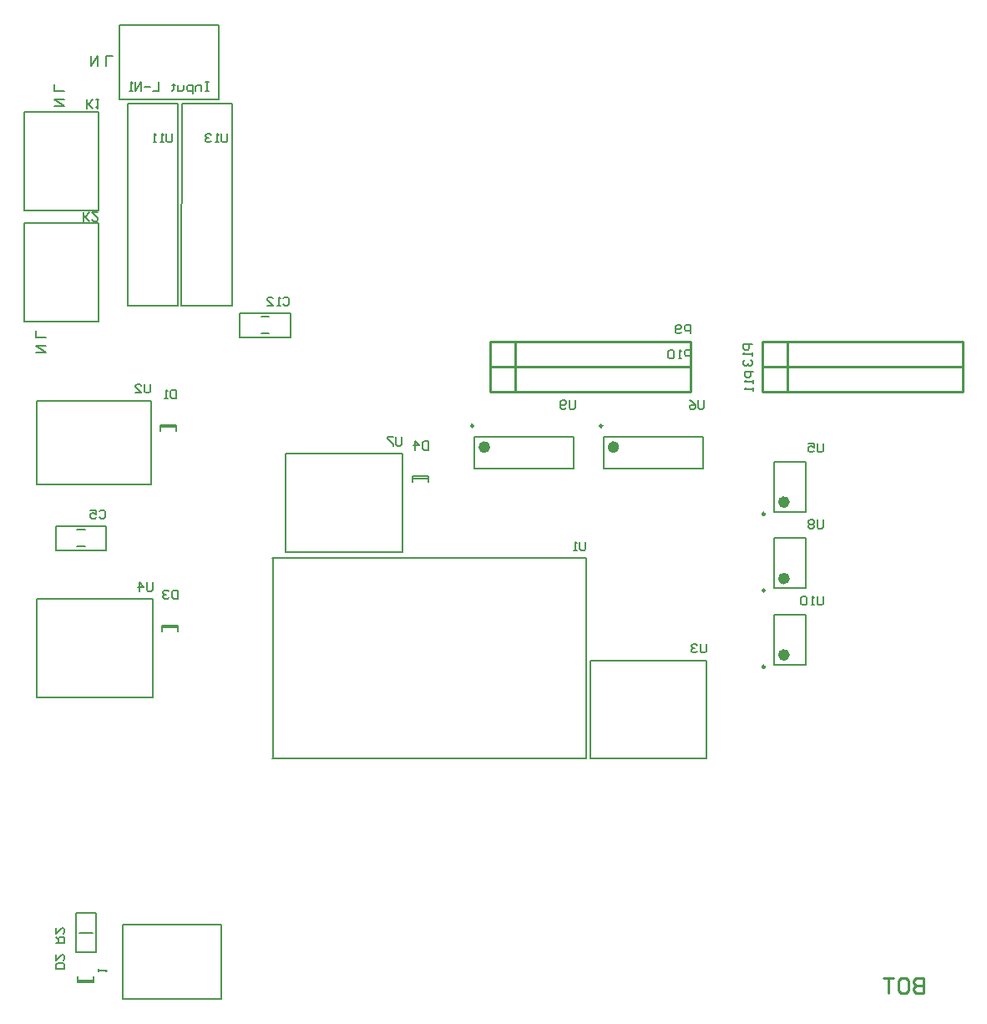
<source format=gbo>
G04 Layer_Color=32896*
%FSLAX25Y25*%
%MOIN*%
G70*
G01*
G75*
%ADD42C,0.00984*%
%ADD43C,0.02362*%
%ADD44C,0.00787*%
%ADD45C,0.00500*%
%ADD46C,0.01000*%
%ADD47C,0.00700*%
D42*
X291059Y130154D02*
G03*
X291059Y130154I-492J0D01*
G01*
X174646Y226327D02*
G03*
X174646Y226327I-492J0D01*
G01*
X291059Y160653D02*
G03*
X291059Y160653I-492J0D01*
G01*
X226146Y226327D02*
G03*
X226146Y226327I-492J0D01*
G01*
X291059Y191154D02*
G03*
X291059Y191154I-492J0D01*
G01*
D43*
X299819Y134898D02*
G03*
X299819Y134898I-1181J0D01*
G01*
X180236Y217862D02*
G03*
X180236Y217862I-1181J0D01*
G01*
X299819Y165398D02*
G03*
X299819Y165398I-1181J0D01*
G01*
X231736Y217862D02*
G03*
X231736Y217862I-1181J0D01*
G01*
X299819Y195898D02*
G03*
X299819Y195898I-1181J0D01*
G01*
D44*
X78239Y274300D02*
Y354900D01*
X58240D02*
X78239D01*
X58138Y274300D02*
X78239D01*
X58138D02*
X58240Y354900D01*
X56739Y274300D02*
Y354900D01*
X36740D02*
X56739D01*
X36638Y274300D02*
X56739D01*
X36638D02*
X36740Y354900D01*
X294701Y130961D02*
Y151039D01*
X307299Y130961D02*
Y151039D01*
X294701Y130961D02*
X307299D01*
X294701Y151039D02*
X307299D01*
X214882Y209201D02*
Y221799D01*
X175118Y209201D02*
Y221799D01*
Y209201D02*
X214882D01*
X175118Y221799D02*
X214882D01*
X294701Y161461D02*
Y181539D01*
X307299Y161461D02*
Y181539D01*
X294701Y161461D02*
X307299D01*
X294701Y181539D02*
X307299D01*
X146378Y175968D02*
Y215268D01*
X99878D02*
X146378D01*
X99878Y175968D02*
X146378D01*
X99878D02*
Y215268D01*
X266382Y209201D02*
Y221799D01*
X226618Y209201D02*
Y221799D01*
Y209201D02*
X266382D01*
X226618Y221799D02*
X266382D01*
X294701Y191961D02*
Y212039D01*
X307299Y191961D02*
Y212039D01*
X294701Y191961D02*
X307299D01*
X294701Y212039D02*
X307299D01*
X46862Y117968D02*
Y157268D01*
X362D02*
X46862D01*
X362Y117968D02*
X46862D01*
X362D02*
Y157268D01*
X267878Y93468D02*
Y132768D01*
X221378D02*
X267878D01*
X221378Y93468D02*
X267878D01*
X221378D02*
Y132768D01*
X46031Y202909D02*
Y236374D01*
X362Y202909D02*
X46031D01*
X362Y236374D02*
X46031D01*
X362Y202909D02*
Y236374D01*
X94500Y93500D02*
X219697D01*
X219800D02*
Y173500D01*
X94500D02*
X219697D01*
X94600Y93500D02*
Y173500D01*
X17441Y24063D02*
X22559D01*
X25030Y267815D02*
Y307185D01*
X-4497Y267815D02*
Y307185D01*
Y267815D02*
X25030D01*
X-4497Y307185D02*
X25030D01*
Y312315D02*
Y351685D01*
X-4497Y312315D02*
Y351685D01*
Y312315D02*
X25030D01*
X-4497Y351685D02*
X25030D01*
X33528Y386264D02*
X72898D01*
X33528Y356736D02*
X72898D01*
Y386264D01*
X33528Y356736D02*
Y386264D01*
X150350Y205433D02*
X156650D01*
X150350Y206181D02*
X156650D01*
X150350Y203819D02*
Y206181D01*
X156650Y203819D02*
Y206181D01*
X50350Y145933D02*
X56650D01*
X50350Y146681D02*
X56650D01*
X50350Y144319D02*
Y146681D01*
X56650Y144319D02*
Y146681D01*
X16850Y5067D02*
X23150D01*
X16850Y4319D02*
X23150D01*
Y6681D01*
X16850Y4319D02*
Y6681D01*
X49850Y225933D02*
X56150D01*
X49850Y226681D02*
X56150D01*
X49850Y224319D02*
Y226681D01*
X56150Y224319D02*
Y226681D01*
X89894Y269847D02*
X93043D01*
X89894Y263154D02*
X93043D01*
X16425Y178154D02*
X19575D01*
X16425Y184846D02*
X19575D01*
X34602Y-2264D02*
X73972D01*
X34602Y27264D02*
X73972D01*
X34602Y-2264D02*
Y27264D01*
X73972Y-2264D02*
Y27264D01*
D45*
X23996Y16327D02*
Y31799D01*
X16004D02*
X23996D01*
X16004Y16327D02*
Y31799D01*
Y16327D02*
X23996D01*
X81370Y261717D02*
X101567D01*
X81370D02*
Y271284D01*
X101567D01*
Y261717D02*
Y271284D01*
X7902Y186283D02*
X28098D01*
Y176716D02*
Y186283D01*
X7902Y176716D02*
X28098D01*
X7902D02*
Y186283D01*
D46*
X290000Y250000D02*
Y260000D01*
Y250000D02*
X370000D01*
Y260000D01*
X290000D02*
X370000D01*
X300000Y250000D02*
Y260000D01*
X290000Y240000D02*
Y250000D01*
Y240000D02*
X370000D01*
Y250000D01*
X290000D02*
X370000D01*
X300000Y240000D02*
Y250000D01*
X181500Y240000D02*
Y250000D01*
Y240000D02*
X261500D01*
Y250000D01*
X181500D02*
X261500D01*
X191500Y240000D02*
Y250000D01*
X181500D02*
Y260000D01*
Y250000D02*
X261500D01*
Y260000D01*
X181500D02*
X261500D01*
X191500Y250000D02*
Y260000D01*
X354500Y5998D02*
Y0D01*
X351501D01*
X350501Y1000D01*
Y1999D01*
X351501Y2999D01*
X354500D01*
X351501D01*
X350501Y3999D01*
Y4998D01*
X351501Y5998D01*
X354500D01*
X345503D02*
X347502D01*
X348502Y4998D01*
Y1000D01*
X347502Y0D01*
X345503D01*
X344503Y1000D01*
Y4998D01*
X345503Y5998D01*
X342504D02*
X338505D01*
X340505D01*
Y0D01*
D47*
X3999Y261500D02*
X0D01*
Y264166D01*
Y255500D02*
X3999D01*
X0Y258166D01*
X3999D01*
X11499Y360000D02*
X7500D01*
Y362666D01*
Y354000D02*
X11499D01*
X7500Y356666D01*
X11499D01*
X22000Y374000D02*
Y370001D01*
X24666Y374000D01*
Y370001D01*
X28000D02*
Y374000D01*
X30666D01*
X54500Y342999D02*
Y340083D01*
X53917Y339500D01*
X52751D01*
X52167Y340083D01*
Y342999D01*
X51001Y339500D02*
X49835D01*
X50418D01*
Y342999D01*
X51001Y342416D01*
X48085Y339500D02*
X46919D01*
X47502D01*
Y342999D01*
X48085Y342416D01*
X76500Y342999D02*
Y340083D01*
X75917Y339500D01*
X74751D01*
X74167Y340083D01*
Y342999D01*
X73001Y339500D02*
X71835D01*
X72418D01*
Y342999D01*
X73001Y342416D01*
X70085D02*
X69502Y342999D01*
X68336D01*
X67753Y342416D01*
Y341833D01*
X68336Y341249D01*
X68919D01*
X68336D01*
X67753Y340666D01*
Y340083D01*
X68336Y339500D01*
X69502D01*
X70085Y340083D01*
X146095Y221849D02*
Y218934D01*
X145512Y218350D01*
X144346D01*
X143763Y218934D01*
Y221849D01*
X142596D02*
X140264D01*
Y221266D01*
X142596Y218934D01*
Y218350D01*
X156695Y220249D02*
Y216750D01*
X154946D01*
X154363Y217334D01*
Y219666D01*
X154946Y220249D01*
X156695D01*
X151447Y216750D02*
Y220249D01*
X153196Y218500D01*
X150864D01*
X261295Y253150D02*
Y256649D01*
X259546D01*
X258963Y256066D01*
Y254900D01*
X259546Y254317D01*
X261295D01*
X257796Y253150D02*
X256630D01*
X257213D01*
Y256649D01*
X257796Y256066D01*
X254881D02*
X254297Y256649D01*
X253131D01*
X252548Y256066D01*
Y253733D01*
X253131Y253150D01*
X254297D01*
X254881Y253733D01*
Y256066D01*
X314295Y158349D02*
Y155433D01*
X313712Y154850D01*
X312546D01*
X311963Y155433D01*
Y158349D01*
X310796Y154850D02*
X309630D01*
X310213D01*
Y158349D01*
X310796Y157766D01*
X307881D02*
X307297Y158349D01*
X306131D01*
X305548Y157766D01*
Y155433D01*
X306131Y154850D01*
X307297D01*
X307881Y155433D01*
Y157766D01*
X314295Y188849D02*
Y185933D01*
X313712Y185350D01*
X312546D01*
X311963Y185933D01*
Y188849D01*
X310796Y188266D02*
X310213Y188849D01*
X309047D01*
X308464Y188266D01*
Y187683D01*
X309047Y187100D01*
X308464Y186517D01*
Y185933D01*
X309047Y185350D01*
X310213D01*
X310796Y185933D01*
Y186517D01*
X310213Y187100D01*
X310796Y187683D01*
Y188266D01*
X310213Y187100D02*
X309047D01*
X215295Y236449D02*
Y233534D01*
X214712Y232950D01*
X213546D01*
X212963Y233534D01*
Y236449D01*
X211796Y233534D02*
X211213Y232950D01*
X210047D01*
X209464Y233534D01*
Y235866D01*
X210047Y236449D01*
X211213D01*
X211796Y235866D01*
Y235283D01*
X211213Y234700D01*
X209464D01*
X267595Y139349D02*
Y136433D01*
X267012Y135850D01*
X265846D01*
X265263Y136433D01*
Y139349D01*
X264096Y138766D02*
X263513Y139349D01*
X262347D01*
X261764Y138766D01*
Y138183D01*
X262347Y137600D01*
X262930D01*
X262347D01*
X261764Y137017D01*
Y136433D01*
X262347Y135850D01*
X263513D01*
X264096Y136433D01*
X266795Y236449D02*
Y233534D01*
X266212Y232950D01*
X265046D01*
X264463Y233534D01*
Y236449D01*
X260964D02*
X262130Y235866D01*
X263296Y234700D01*
Y233534D01*
X262713Y232950D01*
X261547D01*
X260964Y233534D01*
Y234117D01*
X261547Y234700D01*
X263296D01*
X314295Y219349D02*
Y216434D01*
X313712Y215850D01*
X312546D01*
X311963Y216434D01*
Y219349D01*
X308464D02*
X310796D01*
Y217600D01*
X309630Y218183D01*
X309047D01*
X308464Y217600D01*
Y216434D01*
X309047Y215850D01*
X310213D01*
X310796Y216434D01*
X69000Y363499D02*
X67834D01*
X68417D01*
Y360000D01*
X69000D01*
X67834D01*
X66084D02*
Y362333D01*
X64335D01*
X63752Y361749D01*
Y360000D01*
X62585Y358834D02*
Y362333D01*
X60836D01*
X60253Y361749D01*
Y360583D01*
X60836Y360000D01*
X62585D01*
X59087Y362333D02*
Y360583D01*
X58503Y360000D01*
X56754D01*
Y362333D01*
X55005Y362916D02*
Y362333D01*
X55588D01*
X54421D01*
X55005D01*
Y360583D01*
X54421Y360000D01*
X49173Y363499D02*
Y360000D01*
X46841D01*
X45674Y361749D02*
X43342D01*
X42175Y360000D02*
Y363499D01*
X39843Y360000D01*
Y363499D01*
X38677Y360000D02*
X37510D01*
X38093D01*
Y363499D01*
X38677Y362916D01*
X20500Y353001D02*
Y356500D01*
Y355334D01*
X22833Y353001D01*
X21083Y354751D01*
X22833Y356500D01*
X23999D02*
X25165D01*
X24582D01*
Y353001D01*
X23999Y353584D01*
X19000Y308001D02*
Y311500D01*
Y310334D01*
X21333Y308001D01*
X19583Y309751D01*
X21333Y311500D01*
X24832D02*
X22499D01*
X24832Y309167D01*
Y308584D01*
X24248Y308001D01*
X23082D01*
X22499Y308584D01*
X25000Y8500D02*
Y9666D01*
Y9083D01*
X28499D01*
X27916Y8500D01*
X11499Y9500D02*
X8000D01*
Y11249D01*
X8583Y11833D01*
X10916D01*
X11499Y11249D01*
Y9500D01*
X8000Y15331D02*
Y12999D01*
X10333Y15331D01*
X10916D01*
X11499Y14748D01*
Y13582D01*
X10916Y12999D01*
X8000Y20063D02*
X11499D01*
Y21812D01*
X10916Y22396D01*
X9749D01*
X9166Y21812D01*
Y20063D01*
Y21229D02*
X8000Y22396D01*
Y25894D02*
Y23562D01*
X10333Y25894D01*
X10916D01*
X11499Y25311D01*
Y24145D01*
X10916Y23562D01*
X219495Y180049D02*
Y177134D01*
X218912Y176550D01*
X217746D01*
X217163Y177134D01*
Y180049D01*
X215996Y176550D02*
X214830D01*
X215413D01*
Y180049D01*
X215996Y179466D01*
X45695Y242949D02*
Y240034D01*
X45112Y239450D01*
X43946D01*
X43363Y240034D01*
Y242949D01*
X39864Y239450D02*
X42196D01*
X39864Y241783D01*
Y242366D01*
X40447Y242949D01*
X41613D01*
X42196Y242366D01*
X56195Y240749D02*
Y237250D01*
X54446D01*
X53863Y237833D01*
Y240166D01*
X54446Y240749D01*
X56195D01*
X52696Y237250D02*
X51530D01*
X52113D01*
Y240749D01*
X52696Y240166D01*
X25363Y192166D02*
X25946Y192749D01*
X27112D01*
X27695Y192166D01*
Y189833D01*
X27112Y189250D01*
X25946D01*
X25363Y189833D01*
X21864Y192749D02*
X24196D01*
Y191000D01*
X23030Y191583D01*
X22447D01*
X21864Y191000D01*
Y189833D01*
X22447Y189250D01*
X23613D01*
X24196Y189833D01*
X56695Y160749D02*
Y157250D01*
X54946D01*
X54363Y157834D01*
Y160166D01*
X54946Y160749D01*
X56695D01*
X53196Y160166D02*
X52613Y160749D01*
X51447D01*
X50864Y160166D01*
Y159583D01*
X51447Y159000D01*
X52030D01*
X51447D01*
X50864Y158417D01*
Y157834D01*
X51447Y157250D01*
X52613D01*
X53196Y157834D01*
X46595Y163849D02*
Y160933D01*
X46012Y160350D01*
X44846D01*
X44263Y160933D01*
Y163849D01*
X41347Y160350D02*
Y163849D01*
X43096Y162100D01*
X40764D01*
X98763Y277166D02*
X99346Y277749D01*
X100512D01*
X101095Y277166D01*
Y274833D01*
X100512Y274250D01*
X99346D01*
X98763Y274833D01*
X97596Y274250D02*
X96430D01*
X97013D01*
Y277749D01*
X97596Y277166D01*
X92348Y274250D02*
X94681D01*
X92348Y276583D01*
Y277166D01*
X92931Y277749D01*
X94098D01*
X94681Y277166D01*
X261295Y263150D02*
Y266649D01*
X259546D01*
X258963Y266066D01*
Y264900D01*
X259546Y264317D01*
X261295D01*
X257796Y263734D02*
X257213Y263150D01*
X256047D01*
X255464Y263734D01*
Y266066D01*
X256047Y266649D01*
X257213D01*
X257796Y266066D01*
Y265483D01*
X257213Y264900D01*
X255464D01*
X286500Y248000D02*
X283001D01*
Y246251D01*
X283584Y245667D01*
X284751D01*
X285334Y246251D01*
Y248000D01*
X286500Y244501D02*
Y243335D01*
Y243918D01*
X283001D01*
X283584Y244501D01*
X286500Y241585D02*
Y240419D01*
Y241002D01*
X283001D01*
X283584Y241585D01*
X286000Y259000D02*
X282501D01*
Y257251D01*
X283084Y256667D01*
X284251D01*
X284834Y257251D01*
Y259000D01*
X286000Y255501D02*
Y254335D01*
Y254918D01*
X282501D01*
X283084Y255501D01*
Y252585D02*
X282501Y252002D01*
Y250836D01*
X283084Y250253D01*
X283667D01*
X284251Y250836D01*
Y251419D01*
Y250836D01*
X284834Y250253D01*
X285417D01*
X286000Y250836D01*
Y252002D01*
X285417Y252585D01*
M02*

</source>
